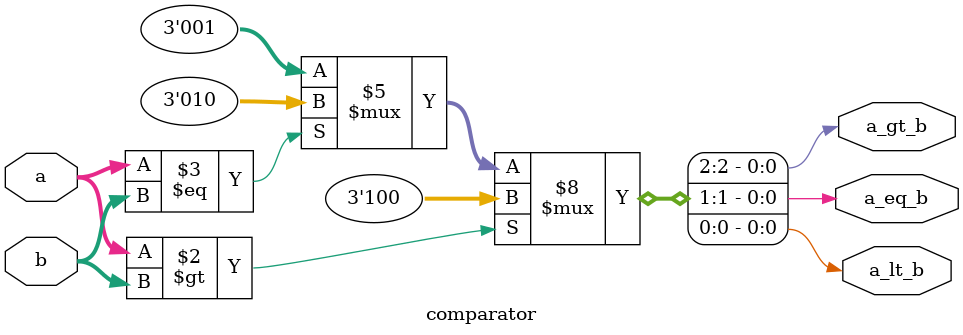
<source format=v>
module comparator(a, b, a_gt_b, a_eq_b, a_lt_b);

input [7:0] a, b;
output reg a_gt_b, a_eq_b, a_lt_b;


always @(a or b)
begin
if(a > b)
{a_gt_b, a_eq_b, a_lt_b} <= 3'b100;
else if(a == b)
{a_gt_b, a_eq_b, a_lt_b} <= 3'b010;
else
{a_gt_b, a_eq_b, a_lt_b} <= 3'b001;
end
endmodule


</source>
